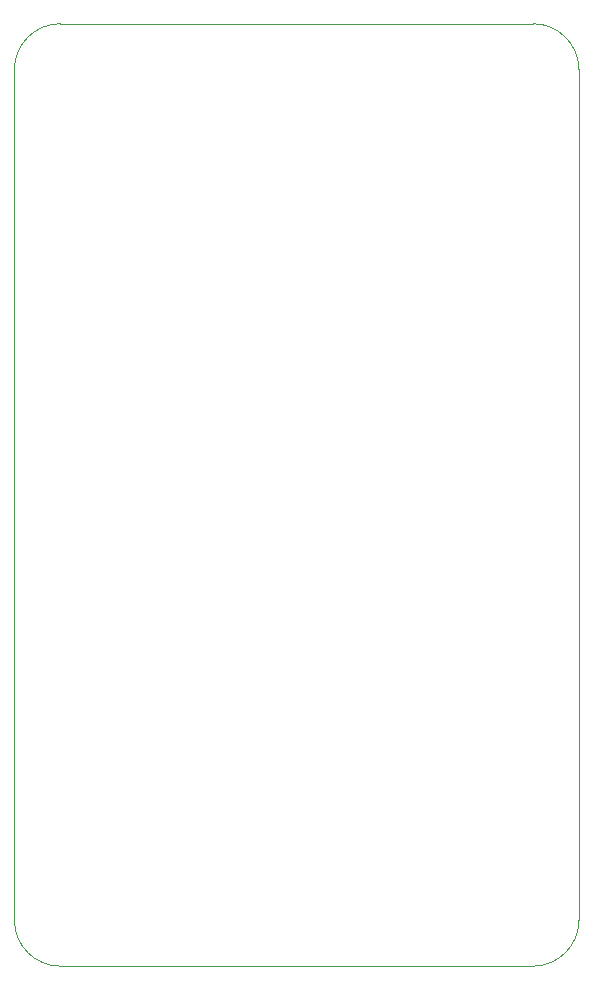
<source format=gko>
%TF.GenerationSoftware,KiCad,Pcbnew,4.0.7-e2-6376~58~ubuntu16.04.1*%
%TF.CreationDate,2018-02-08T08:24:49-08:00*%
%TF.ProjectId,6x10-Feather-Huzzah-ESP8266,367831302D466561746865722D48757A,1.0*%
%TF.FileFunction,Profile,NP*%
%FSLAX46Y46*%
G04 Gerber Fmt 4.6, Leading zero omitted, Abs format (unit mm)*
G04 Created by KiCad (PCBNEW 4.0.7-e2-6376~58~ubuntu16.04.1) date Thu Feb  8 08:24:49 2018*
%MOMM*%
%LPD*%
G01*
G04 APERTURE LIST*
%ADD10C,0.350000*%
%ADD11C,0.040640*%
G04 APERTURE END LIST*
D10*
D11*
X62743000Y-109207400D02*
X102743000Y-109207400D01*
X102743000Y-29407400D02*
X62743000Y-29407400D01*
X58843000Y-33207400D02*
X58843000Y-105307400D01*
X106643000Y-105307400D02*
X106643000Y-33207400D01*
X58843006Y-105314207D02*
G75*
G03X62743000Y-109207400I3899994J6807D01*
G01*
X62743000Y-29407400D02*
G75*
G03X58843000Y-33307400I0J-3900000D01*
G01*
X106642994Y-33300593D02*
G75*
G03X102743000Y-29407400I-3899994J-6807D01*
G01*
X102743000Y-109207400D02*
G75*
G03X106643000Y-105307400I0J3900000D01*
G01*
M02*

</source>
